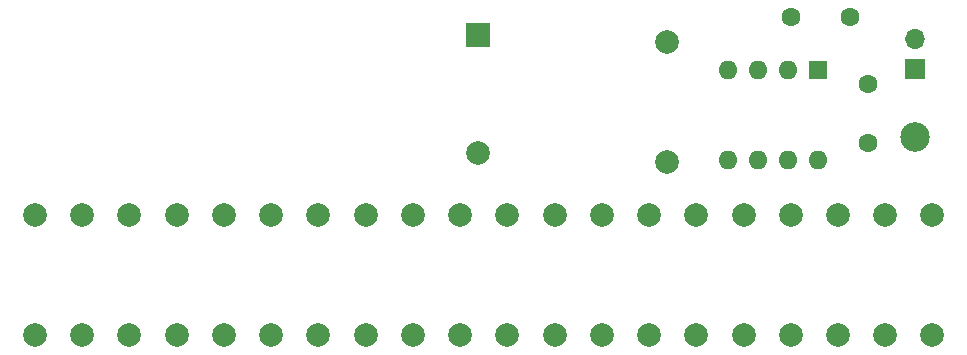
<source format=gbr>
%TF.GenerationSoftware,KiCad,Pcbnew,7.0.2-0*%
%TF.CreationDate,2023-08-10T16:02:37+01:00*%
%TF.ProjectId,pcb-stylophone_v2_to_make,7063622d-7374-4796-9c6f-70686f6e655f,rev?*%
%TF.SameCoordinates,Original*%
%TF.FileFunction,Soldermask,Bot*%
%TF.FilePolarity,Negative*%
%FSLAX46Y46*%
G04 Gerber Fmt 4.6, Leading zero omitted, Abs format (unit mm)*
G04 Created by KiCad (PCBNEW 7.0.2-0) date 2023-08-10 16:02:37*
%MOMM*%
%LPD*%
G01*
G04 APERTURE LIST*
%ADD10R,1.600000X1.600000*%
%ADD11O,1.600000X1.600000*%
%ADD12C,2.000000*%
%ADD13R,2.000000X2.000000*%
%ADD14C,2.500000*%
%ADD15C,1.600000*%
%ADD16R,1.700000X1.700000*%
%ADD17O,1.700000X1.700000*%
G04 APERTURE END LIST*
D10*
%TO.C,U1*%
X155800000Y-104480000D03*
D11*
X153260000Y-104480000D03*
X150720000Y-104480000D03*
X148180000Y-104480000D03*
X148180000Y-112100000D03*
X150720000Y-112100000D03*
X153260000Y-112100000D03*
X155800000Y-112100000D03*
%TD*%
D12*
%TO.C,R16*%
X109500000Y-116700000D03*
X109500000Y-126860000D03*
%TD*%
%TO.C,R2*%
X165500000Y-116700000D03*
X165500000Y-126860000D03*
%TD*%
D13*
%TO.C,LS1*%
X127000000Y-101500000D03*
D12*
X127000000Y-111500000D03*
%TD*%
%TO.C,R18*%
X101500000Y-116700000D03*
X101500000Y-126860000D03*
%TD*%
%TO.C,R17*%
X105500000Y-116700000D03*
X105500000Y-126860000D03*
%TD*%
%TO.C,R20*%
X93500000Y-116700000D03*
X93500000Y-126860000D03*
%TD*%
%TO.C,R13*%
X121500000Y-116700000D03*
X121500000Y-126860000D03*
%TD*%
D14*
%TO.C,J22*%
X164000000Y-110100000D03*
%TD*%
D15*
%TO.C,C2*%
X153500000Y-100000000D03*
X158500000Y-100000000D03*
%TD*%
D12*
%TO.C,R11*%
X129500000Y-116700000D03*
X129500000Y-126860000D03*
%TD*%
D16*
%TO.C,J1*%
X164000000Y-104375000D03*
D17*
X164000000Y-101835000D03*
%TD*%
D12*
%TO.C,R10*%
X133500000Y-116700000D03*
X133500000Y-126860000D03*
%TD*%
%TO.C,R8*%
X141500000Y-116700000D03*
X141500000Y-126860000D03*
%TD*%
%TO.C,R12*%
X125500000Y-116700000D03*
X125500000Y-126860000D03*
%TD*%
%TO.C,R1*%
X143000000Y-112200000D03*
X143000000Y-102040000D03*
%TD*%
%TO.C,R15*%
X113500000Y-116700000D03*
X113500000Y-126860000D03*
%TD*%
%TO.C,R6*%
X149500000Y-116700000D03*
X149500000Y-126860000D03*
%TD*%
D15*
%TO.C,C1*%
X160000000Y-110600000D03*
X160000000Y-105600000D03*
%TD*%
D12*
%TO.C,R19*%
X97500000Y-116700000D03*
X97500000Y-126860000D03*
%TD*%
%TO.C,R3*%
X161500000Y-116700000D03*
X161500000Y-126860000D03*
%TD*%
%TO.C,R4*%
X157500000Y-116700000D03*
X157500000Y-126860000D03*
%TD*%
%TO.C,R21*%
X89500000Y-116700000D03*
X89500000Y-126860000D03*
%TD*%
%TO.C,R7*%
X145500000Y-116700000D03*
X145500000Y-126860000D03*
%TD*%
%TO.C,R9*%
X137500000Y-116700000D03*
X137500000Y-126860000D03*
%TD*%
%TO.C,R5*%
X153500000Y-116700000D03*
X153500000Y-126860000D03*
%TD*%
%TO.C,R14*%
X117500000Y-116700000D03*
X117500000Y-126860000D03*
%TD*%
M02*

</source>
